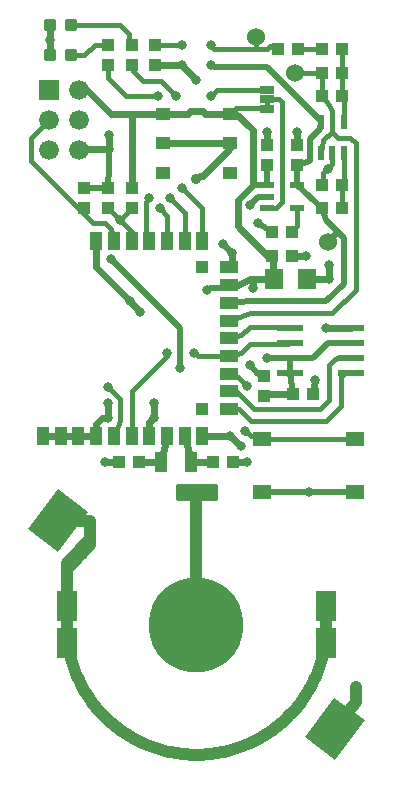
<source format=gbr>
G75*
%MOIN*%
%OFA0B0*%
%FSLAX25Y25*%
%IPPOS*%
%LPD*%
%AMOC8*
5,1,8,0,0,1.08239X$1,22.5*
%
%ADD10C,0.01181*%
%ADD11R,0.04331X0.03937*%
%ADD12R,0.07000X0.10000*%
%ADD13C,0.31496*%
%ADD14R,0.06299X0.07087*%
%ADD15R,0.03937X0.04331*%
%ADD16R,0.04724X0.02165*%
%ADD17R,0.04331X0.06693*%
%ADD18R,0.05000X0.02500*%
%ADD19C,0.01600*%
%ADD20R,0.03937X0.05906*%
%ADD21R,0.05906X0.03937*%
%ADD22R,0.03937X0.03937*%
%ADD23R,0.02165X0.04724*%
%ADD24C,0.03150*%
%ADD25R,0.06600X0.06600*%
%ADD26C,0.06600*%
%ADD27R,0.05906X0.05118*%
%ADD28C,0.06000*%
%ADD29R,0.12598X0.16535*%
%ADD30R,0.08661X0.02362*%
%ADD31R,0.04528X0.03937*%
%ADD32C,0.04000*%
%ADD33C,0.03169*%
%ADD34C,0.02400*%
%ADD35C,0.02000*%
%ADD36C,0.03562*%
D10*
X0011705Y0239567D02*
X0011705Y0236811D01*
X0008949Y0236811D01*
X0008949Y0239567D01*
X0011705Y0239567D01*
X0011705Y0237991D02*
X0008949Y0237991D01*
X0008949Y0239171D02*
X0011705Y0239171D01*
X0018610Y0239567D02*
X0018610Y0236811D01*
X0015854Y0236811D01*
X0015854Y0239567D01*
X0018610Y0239567D01*
X0018610Y0237991D02*
X0015854Y0237991D01*
X0015854Y0239171D02*
X0018610Y0239171D01*
X0011705Y0249409D02*
X0011705Y0246653D01*
X0008949Y0246653D01*
X0008949Y0249409D01*
X0011705Y0249409D01*
X0011705Y0247833D02*
X0008949Y0247833D01*
X0008949Y0249013D02*
X0011705Y0249013D01*
X0018610Y0249409D02*
X0018610Y0246653D01*
X0015854Y0246653D01*
X0015854Y0249409D01*
X0018610Y0249409D01*
X0018610Y0247833D02*
X0015854Y0247833D01*
X0015854Y0249013D02*
X0018610Y0249013D01*
D11*
X0029528Y0241535D03*
X0029528Y0234843D03*
X0037402Y0241535D03*
X0037402Y0234843D03*
X0107677Y0232283D03*
X0100984Y0232283D03*
X0091142Y0125000D03*
X0097835Y0125000D03*
X0039764Y0102362D03*
X0033071Y0102362D03*
X0064567Y0102362D03*
X0071260Y0102362D03*
X0084252Y0179134D03*
X0090945Y0179134D03*
X0086220Y0240157D03*
X0092913Y0240157D03*
X0021654Y0187106D03*
X0021654Y0193799D03*
X0084252Y0171260D03*
X0090945Y0171260D03*
X0037402Y0187106D03*
X0037402Y0193799D03*
D12*
X0015748Y0054331D03*
X0102362Y0054331D03*
X0015748Y0042126D03*
X0102362Y0042126D03*
D13*
X0059055Y0048228D03*
D14*
X0085039Y0163386D03*
X0096063Y0163386D03*
D15*
X0082677Y0201378D03*
X0082677Y0208071D03*
X0092520Y0201378D03*
X0092520Y0208071D03*
X0100984Y0187008D03*
X0107677Y0187008D03*
X0045276Y0234843D03*
X0045276Y0241535D03*
X0100984Y0194882D03*
X0107677Y0194882D03*
X0107677Y0240157D03*
X0100984Y0240157D03*
X0107677Y0224409D03*
X0100984Y0224409D03*
X0029528Y0193799D03*
X0029528Y0187106D03*
X0081693Y0124606D03*
X0081693Y0131299D03*
D16*
X0082480Y0194685D03*
X0082480Y0190945D03*
X0082480Y0187205D03*
X0092717Y0187205D03*
X0092717Y0194685D03*
D17*
X0057087Y0102362D03*
X0047244Y0102362D03*
D18*
X0082677Y0226625D03*
X0082677Y0223425D03*
X0082677Y0220225D03*
D19*
X0082677Y0220925D02*
X0082677Y0223425D01*
X0052791Y0094608D02*
X0065319Y0094608D01*
X0065319Y0090432D01*
X0052791Y0090432D01*
X0052791Y0094608D01*
X0052791Y0091115D02*
X0065319Y0091115D01*
X0065319Y0092714D02*
X0052791Y0092714D01*
X0052791Y0094312D02*
X0065319Y0094312D01*
X0069882Y0167323D02*
X0070866Y0169291D01*
X0104331Y0205512D02*
X0104331Y0201772D01*
X0102854Y0200295D01*
X0101378Y0198819D01*
X0101378Y0196850D01*
X0100984Y0194882D01*
X0082677Y0220225D02*
X0080709Y0220472D01*
X0070177Y0218504D02*
X0072146Y0220472D01*
X0080709Y0220472D01*
X0069882Y0137795D02*
X0073819Y0138780D01*
X0076772Y0141732D01*
X0069882Y0137795D02*
X0059547Y0137795D01*
X0058071Y0138780D01*
X0090157Y0142264D02*
X0089626Y0141732D01*
X0076772Y0141732D01*
X0100984Y0224409D02*
X0100984Y0232283D01*
X0069882Y0149606D02*
X0076772Y0152067D01*
X0104331Y0152067D01*
X0112205Y0159941D01*
X0112205Y0208661D01*
X0100984Y0224409D02*
X0103346Y0221457D01*
X0104331Y0219488D01*
X0104331Y0212598D01*
X0101378Y0209646D01*
X0100591Y0205512D01*
X0112205Y0208661D02*
X0110236Y0210630D01*
X0106299Y0210630D01*
X0104331Y0212598D01*
X0100984Y0232283D02*
X0092028Y0232283D01*
X0037402Y0241535D02*
X0036417Y0243602D01*
X0036417Y0245079D01*
X0033465Y0248031D01*
X0017232Y0248031D01*
X0017232Y0238189D02*
X0021654Y0238189D01*
X0025098Y0241634D01*
X0027067Y0241634D01*
X0029528Y0241535D01*
X0087598Y0222441D02*
X0087598Y0188976D01*
X0082480Y0187205D02*
X0085630Y0187008D01*
X0087598Y0188976D01*
X0087598Y0222441D02*
X0086614Y0223425D01*
X0082677Y0223425D01*
X0029528Y0127461D02*
X0033465Y0123524D01*
X0063976Y0224409D02*
X0065945Y0226378D01*
X0079724Y0226378D01*
X0082677Y0226625D01*
X0033465Y0123524D02*
X0033465Y0116142D01*
X0031496Y0111220D01*
X0069882Y0143701D02*
X0073819Y0144685D01*
X0076772Y0147638D01*
X0084646Y0147638D01*
X0085630Y0147638D01*
X0084646Y0147638D02*
X0089783Y0147638D01*
X0090157Y0147264D01*
X0072343Y0125984D02*
X0078248Y0120079D01*
X0103346Y0123031D02*
X0103346Y0134843D01*
X0104577Y0136073D01*
X0105315Y0136811D01*
X0103346Y0123031D02*
X0100394Y0120079D01*
X0078248Y0120079D01*
X0072343Y0125984D02*
X0069882Y0125984D01*
X0104577Y0136073D02*
X0105768Y0137264D01*
X0110630Y0137264D01*
X0046752Y0187008D02*
X0049213Y0184547D01*
X0049213Y0176181D01*
X0009764Y0216535D02*
X0003937Y0210630D01*
X0003937Y0202756D01*
X0030512Y0180118D02*
X0031496Y0176181D01*
X0003937Y0202756D02*
X0019685Y0187008D01*
X0021654Y0187106D01*
X0024606Y0182087D02*
X0028543Y0182087D01*
X0030512Y0180118D01*
X0021654Y0187106D02*
X0021161Y0185531D01*
X0024606Y0182087D01*
X0043307Y0190453D02*
X0042323Y0188976D01*
X0042323Y0177657D01*
X0043307Y0176181D01*
X0033465Y0183071D02*
X0037402Y0179134D01*
X0037402Y0176181D01*
X0037402Y0187106D02*
X0033465Y0183071D01*
X0029528Y0187106D01*
X0092717Y0187205D02*
X0092520Y0186024D01*
X0092520Y0181102D01*
X0090945Y0179134D01*
X0054213Y0241535D02*
X0045276Y0241535D01*
X0108071Y0205512D02*
X0108268Y0202756D01*
X0108268Y0196850D01*
X0107677Y0194882D01*
X0107677Y0187008D01*
X0063898Y0241535D02*
X0064961Y0240157D01*
X0078740Y0240157D01*
X0082677Y0240157D01*
X0083661Y0241142D01*
X0086220Y0240157D01*
X0078740Y0240157D02*
X0078740Y0244094D01*
X0092913Y0240157D02*
X0100984Y0240157D01*
X0107677Y0240157D02*
X0107677Y0232283D01*
X0107677Y0224409D01*
X0108071Y0215748D02*
X0108268Y0216535D01*
X0108268Y0222441D01*
X0107677Y0224409D01*
X0055118Y0176181D02*
X0055118Y0185531D01*
X0050197Y0190453D01*
X0046260Y0224409D02*
X0035433Y0224409D01*
X0029528Y0230315D01*
X0029528Y0234843D01*
X0041339Y0229331D02*
X0047244Y0229331D01*
X0052165Y0224409D01*
X0061024Y0176181D02*
X0061024Y0187008D01*
X0054134Y0193898D01*
X0041339Y0229331D02*
X0037894Y0232776D01*
X0037402Y0234843D01*
X0079724Y0111220D02*
X0080906Y0110236D01*
X0112008Y0110236D01*
X0079724Y0111220D02*
X0077264Y0111220D01*
X0075295Y0112697D01*
X0075787Y0127953D02*
X0072835Y0130906D01*
X0069882Y0131890D01*
X0037402Y0111220D02*
X0037402Y0125984D01*
X0049213Y0137795D01*
X0049213Y0138780D01*
X0073327Y0120079D02*
X0077264Y0116142D01*
X0107283Y0130906D02*
X0107283Y0121063D01*
X0102362Y0116142D01*
X0077264Y0116142D01*
X0073327Y0120079D02*
X0069882Y0120079D01*
X0110630Y0132264D02*
X0108642Y0132264D01*
X0107283Y0130906D01*
D20*
X0007874Y0111220D03*
X0013780Y0111220D03*
X0019685Y0111220D03*
X0025591Y0111220D03*
X0031496Y0111220D03*
X0037402Y0111220D03*
X0043307Y0111220D03*
X0049213Y0111220D03*
X0055118Y0111220D03*
X0061024Y0111220D03*
X0061024Y0176181D03*
X0055118Y0176181D03*
X0049213Y0176181D03*
X0043307Y0176181D03*
X0037402Y0176181D03*
X0031496Y0176181D03*
X0025591Y0176181D03*
D21*
X0069882Y0120079D03*
X0069882Y0125984D03*
X0069882Y0131890D03*
X0069882Y0137795D03*
X0069882Y0143701D03*
X0069882Y0149606D03*
X0069882Y0155512D03*
X0069882Y0161417D03*
X0069882Y0167323D03*
D22*
X0061024Y0120079D03*
X0061024Y0167323D03*
D23*
X0100591Y0205512D03*
X0104331Y0205512D03*
X0108071Y0205512D03*
X0108071Y0215748D03*
X0100591Y0215748D03*
D24*
X0063898Y0241535D03*
X0063898Y0234843D03*
X0054213Y0241535D03*
X0054213Y0234843D03*
D25*
X0009764Y0226535D03*
D26*
X0019764Y0226535D03*
X0009764Y0216535D03*
X0019764Y0216535D03*
X0009764Y0206535D03*
X0019764Y0206535D03*
D27*
X0080906Y0110236D03*
X0112008Y0110236D03*
X0080906Y0092520D03*
X0112008Y0092520D03*
D28*
X0078740Y0244094D03*
X0092028Y0232283D03*
X0102854Y0175689D03*
D29*
G36*
X0013047Y0072546D02*
X0002987Y0080128D01*
X0012937Y0093332D01*
X0022997Y0085750D01*
X0013047Y0072546D01*
G37*
G36*
X0105173Y0003124D02*
X0095113Y0010706D01*
X0105063Y0023910D01*
X0115123Y0016328D01*
X0105173Y0003124D01*
G37*
D30*
X0110630Y0137264D03*
X0090157Y0137264D03*
X0110630Y0132264D03*
X0110630Y0142264D03*
X0110630Y0147264D03*
X0090157Y0132264D03*
X0090157Y0142264D03*
X0090157Y0147264D03*
D31*
X0070177Y0198819D03*
X0070177Y0208661D03*
X0070177Y0218504D03*
X0047933Y0198819D03*
X0047933Y0208661D03*
X0047933Y0218504D03*
D32*
X0059055Y0092520D02*
X0059055Y0048228D01*
X0105118Y0013517D02*
X0112205Y0022638D01*
X0112205Y0027559D01*
X0015748Y0068898D02*
X0023622Y0076772D01*
X0023622Y0074803D01*
X0015748Y0066929D01*
X0015748Y0068898D01*
X0015748Y0067975D02*
X0016794Y0067975D01*
X0018824Y0071973D02*
X0020792Y0071973D01*
X0022822Y0075972D02*
X0023622Y0075972D01*
X0015748Y0054331D02*
X0015748Y0048228D01*
X0015761Y0047182D01*
X0015799Y0046136D01*
X0015862Y0045091D01*
X0015950Y0044048D01*
X0016064Y0043008D01*
X0016202Y0041971D01*
X0016366Y0040937D01*
X0016555Y0039908D01*
X0016768Y0038883D01*
X0017006Y0037864D01*
X0017269Y0036851D01*
X0017556Y0035845D01*
X0017868Y0034845D01*
X0018203Y0033854D01*
X0018562Y0032871D01*
X0018945Y0031897D01*
X0019351Y0030933D01*
X0019781Y0029978D01*
X0020233Y0029035D01*
X0020709Y0028102D01*
X0021206Y0027182D01*
X0021726Y0026273D01*
X0022267Y0025377D01*
X0022830Y0024495D01*
X0023414Y0023627D01*
X0024019Y0022773D01*
X0024644Y0021934D01*
X0025290Y0021110D01*
X0025955Y0020302D01*
X0026639Y0019510D01*
X0027343Y0018735D01*
X0028065Y0017978D01*
X0028805Y0017238D01*
X0029562Y0016516D01*
X0030337Y0015812D01*
X0031129Y0015128D01*
X0031937Y0014463D01*
X0032761Y0013817D01*
X0033600Y0013192D01*
X0034454Y0012587D01*
X0035322Y0012003D01*
X0036204Y0011440D01*
X0037100Y0010899D01*
X0038009Y0010379D01*
X0038929Y0009882D01*
X0039862Y0009406D01*
X0040805Y0008954D01*
X0041760Y0008524D01*
X0042724Y0008118D01*
X0043698Y0007735D01*
X0044681Y0007376D01*
X0045672Y0007041D01*
X0046672Y0006729D01*
X0047678Y0006442D01*
X0048691Y0006179D01*
X0049710Y0005941D01*
X0050735Y0005728D01*
X0051764Y0005539D01*
X0052798Y0005375D01*
X0053835Y0005237D01*
X0054875Y0005123D01*
X0055918Y0005035D01*
X0056963Y0004972D01*
X0058009Y0004934D01*
X0059055Y0004921D01*
X0060101Y0004934D01*
X0061147Y0004972D01*
X0062192Y0005035D01*
X0063235Y0005123D01*
X0064275Y0005237D01*
X0065312Y0005375D01*
X0066346Y0005539D01*
X0067375Y0005728D01*
X0068400Y0005941D01*
X0069419Y0006179D01*
X0070432Y0006442D01*
X0071438Y0006729D01*
X0072438Y0007041D01*
X0073429Y0007376D01*
X0074412Y0007735D01*
X0075386Y0008118D01*
X0076350Y0008524D01*
X0077305Y0008954D01*
X0078248Y0009406D01*
X0079181Y0009882D01*
X0080101Y0010379D01*
X0081010Y0010899D01*
X0081906Y0011440D01*
X0082788Y0012003D01*
X0083656Y0012587D01*
X0084510Y0013192D01*
X0085349Y0013817D01*
X0086173Y0014463D01*
X0086981Y0015128D01*
X0087773Y0015812D01*
X0088548Y0016516D01*
X0089305Y0017238D01*
X0090045Y0017978D01*
X0090767Y0018735D01*
X0091471Y0019510D01*
X0092155Y0020302D01*
X0092820Y0021110D01*
X0093466Y0021934D01*
X0094091Y0022773D01*
X0094696Y0023627D01*
X0095280Y0024495D01*
X0095843Y0025377D01*
X0096384Y0026273D01*
X0096904Y0027182D01*
X0097401Y0028102D01*
X0097877Y0029035D01*
X0098329Y0029978D01*
X0098759Y0030933D01*
X0099165Y0031897D01*
X0099548Y0032871D01*
X0099907Y0033854D01*
X0100242Y0034845D01*
X0100554Y0035845D01*
X0100841Y0036851D01*
X0101104Y0037864D01*
X0101342Y0038883D01*
X0101555Y0039908D01*
X0101744Y0040937D01*
X0101908Y0041971D01*
X0102046Y0043008D01*
X0102160Y0044048D01*
X0102248Y0045091D01*
X0102311Y0046136D01*
X0102349Y0047182D01*
X0102362Y0048228D01*
X0102362Y0054331D01*
X0102362Y0048228D02*
X0102362Y0042126D01*
X0015748Y0054331D02*
X0015748Y0067913D01*
X0015748Y0067914D02*
X0015810Y0067916D01*
X0015871Y0067922D01*
X0015932Y0067931D01*
X0015993Y0067945D01*
X0016052Y0067962D01*
X0016110Y0067983D01*
X0016167Y0068008D01*
X0016222Y0068036D01*
X0016275Y0068067D01*
X0016326Y0068102D01*
X0016375Y0068140D01*
X0016422Y0068181D01*
X0016465Y0068224D01*
X0016506Y0068271D01*
X0016544Y0068320D01*
X0016579Y0068371D01*
X0016610Y0068424D01*
X0016638Y0068479D01*
X0016663Y0068536D01*
X0016684Y0068594D01*
X0016701Y0068653D01*
X0016715Y0068714D01*
X0016724Y0068775D01*
X0016730Y0068836D01*
X0016732Y0068898D01*
X0015748Y0054331D02*
X0015748Y0042126D01*
X0015748Y0067913D02*
X0016732Y0068898D01*
X0012992Y0082939D02*
X0023622Y0082677D01*
X0023622Y0076772D01*
D33*
X0059055Y0092520D03*
X0063231Y0092520D03*
X0054879Y0092520D03*
X0028543Y0102362D03*
X0075787Y0102362D03*
X0067913Y0175197D03*
X0070866Y0172244D03*
X0029528Y0122047D03*
X0029528Y0117126D03*
X0040354Y0152559D03*
X0059055Y0229823D03*
X0096457Y0092520D03*
X0036909Y0156004D03*
X0010335Y0243110D03*
X0044783Y0122047D03*
X0044783Y0117126D03*
X0073819Y0107776D03*
X0070374Y0111220D03*
X0102854Y0200295D03*
X0082677Y0212598D03*
X0092520Y0212598D03*
X0112205Y0027559D03*
X0112205Y0022638D03*
X0076772Y0187992D03*
X0079724Y0182087D03*
X0095472Y0171260D03*
X0103346Y0163386D03*
X0103346Y0168307D03*
X0098425Y0129921D03*
X0076772Y0134843D03*
X0030020Y0206693D03*
X0030020Y0211614D03*
X0102362Y0147146D03*
X0082677Y0137303D03*
X0077756Y0160433D03*
X0062500Y0159941D03*
X0058071Y0138780D03*
X0063976Y0224409D03*
X0029528Y0127461D03*
X0016732Y0068898D03*
X0019685Y0071850D03*
X0022638Y0074803D03*
X0053642Y0133858D03*
X0030512Y0170276D03*
X0046752Y0187008D03*
X0043307Y0190453D03*
X0033465Y0183071D03*
X0046260Y0224409D03*
X0050197Y0190453D03*
X0052165Y0224409D03*
X0054134Y0193898D03*
X0075295Y0112697D03*
X0075787Y0127953D03*
X0049213Y0138780D03*
D34*
X0033071Y0102362D02*
X0028543Y0102362D01*
X0043307Y0111220D02*
X0043307Y0115650D01*
X0044783Y0117126D01*
X0044783Y0122047D01*
X0071260Y0102362D02*
X0075787Y0102362D01*
X0025591Y0111220D02*
X0019685Y0111220D01*
X0007874Y0111220D02*
X0013780Y0111220D01*
X0019685Y0111220D01*
X0070866Y0169291D02*
X0070866Y0172244D01*
X0067913Y0175197D01*
X0025591Y0111220D02*
X0025591Y0115157D01*
X0027559Y0117126D01*
X0029528Y0117126D01*
X0029528Y0122047D01*
X0025591Y0176181D02*
X0025591Y0167323D01*
X0036909Y0156004D01*
X0040354Y0152559D01*
X0059055Y0229823D02*
X0054213Y0234843D01*
X0045276Y0234843D01*
X0010327Y0248031D02*
X0010327Y0243110D01*
X0010327Y0238189D01*
X0010335Y0243110D02*
X0010327Y0243110D01*
X0061024Y0111220D02*
X0070374Y0111220D01*
X0073819Y0107776D01*
X0082677Y0208071D02*
X0082677Y0212598D01*
X0092520Y0212598D02*
X0092520Y0208071D01*
X0096063Y0163386D02*
X0103346Y0163386D01*
X0103346Y0168307D01*
X0095472Y0171260D02*
X0090945Y0171260D01*
X0098425Y0129921D02*
X0097835Y0125000D01*
X0030020Y0206693D02*
X0030020Y0211614D01*
X0019764Y0206535D02*
X0021654Y0206693D01*
X0030020Y0206693D01*
X0110630Y0147264D02*
X0110630Y0147146D01*
X0102362Y0147146D01*
X0072835Y0181102D02*
X0072835Y0189961D01*
X0077756Y0194882D02*
X0077756Y0213091D01*
X0022638Y0226378D02*
X0019764Y0226535D01*
X0037402Y0218504D02*
X0030512Y0218504D01*
X0022638Y0226378D01*
X0072835Y0189961D02*
X0077756Y0194882D01*
X0072835Y0181102D02*
X0082677Y0171260D01*
X0084252Y0171260D01*
X0084646Y0168307D01*
X0084646Y0163386D01*
X0085039Y0163386D01*
X0069882Y0161417D02*
X0072835Y0161417D01*
X0076772Y0163386D01*
X0077756Y0163386D01*
X0085039Y0163386D01*
X0077756Y0163386D02*
X0077756Y0160433D01*
X0091142Y0125000D02*
X0083169Y0125000D01*
X0081693Y0124606D01*
X0037402Y0193799D02*
X0037402Y0218504D01*
X0072343Y0218504D02*
X0076526Y0214321D01*
X0077756Y0213091D01*
X0047933Y0218504D02*
X0037402Y0218504D01*
X0070177Y0218504D02*
X0072343Y0218504D01*
X0076526Y0214321D01*
X0047933Y0218504D02*
X0056100Y0218504D01*
X0057037Y0219440D01*
X0061074Y0219440D01*
X0062010Y0218504D01*
X0070177Y0218504D01*
X0070177Y0208661D02*
X0047933Y0208661D01*
X0059055Y0196850D02*
X0060087Y0197883D01*
X0061074Y0197883D01*
X0070177Y0206986D01*
X0070177Y0208661D01*
X0049213Y0111220D02*
X0047244Y0102362D01*
X0039764Y0102362D01*
X0055118Y0111220D02*
X0057087Y0102362D01*
X0064567Y0102362D01*
D35*
X0112008Y0092520D02*
X0096457Y0092520D01*
X0080906Y0092520D01*
X0082480Y0190945D02*
X0079724Y0190945D01*
X0076772Y0187992D01*
X0079724Y0182087D02*
X0084252Y0179134D01*
X0081693Y0131299D02*
X0079724Y0131890D01*
X0076772Y0134843D01*
X0030020Y0206693D02*
X0030020Y0200787D01*
X0029528Y0193799D01*
X0021654Y0193799D01*
X0082677Y0201378D02*
X0082480Y0194685D01*
X0077756Y0194882D01*
X0069882Y0161417D02*
X0066929Y0160433D01*
X0063484Y0160433D01*
X0062500Y0159941D01*
X0062402Y0160433D01*
X0091142Y0125000D02*
X0090157Y0132264D01*
X0090157Y0137264D01*
X0082677Y0137303D01*
X0090157Y0137264D02*
X0097894Y0137264D01*
X0102854Y0142224D01*
X0110591Y0142224D01*
X0110630Y0142264D01*
X0053642Y0133858D02*
X0053642Y0147146D01*
X0030512Y0170276D01*
X0100394Y0216535D02*
X0082677Y0234252D01*
X0064961Y0234252D01*
X0063898Y0234843D01*
X0108268Y0177165D02*
X0108268Y0161909D01*
X0102362Y0156004D01*
X0076772Y0156004D01*
X0069882Y0155512D01*
X0096949Y0202756D02*
X0096949Y0210138D01*
X0092717Y0194685D02*
X0100984Y0187008D01*
X0102362Y0183071D01*
X0106299Y0179134D01*
X0108268Y0177165D01*
X0092717Y0194685D02*
X0092520Y0201378D01*
X0096949Y0202756D01*
X0096949Y0210138D02*
X0100394Y0213583D01*
X0100394Y0216535D02*
X0100591Y0215748D01*
X0100394Y0213583D01*
X0106299Y0179134D02*
X0102854Y0175689D01*
D36*
X0059055Y0196850D03*
M02*

</source>
